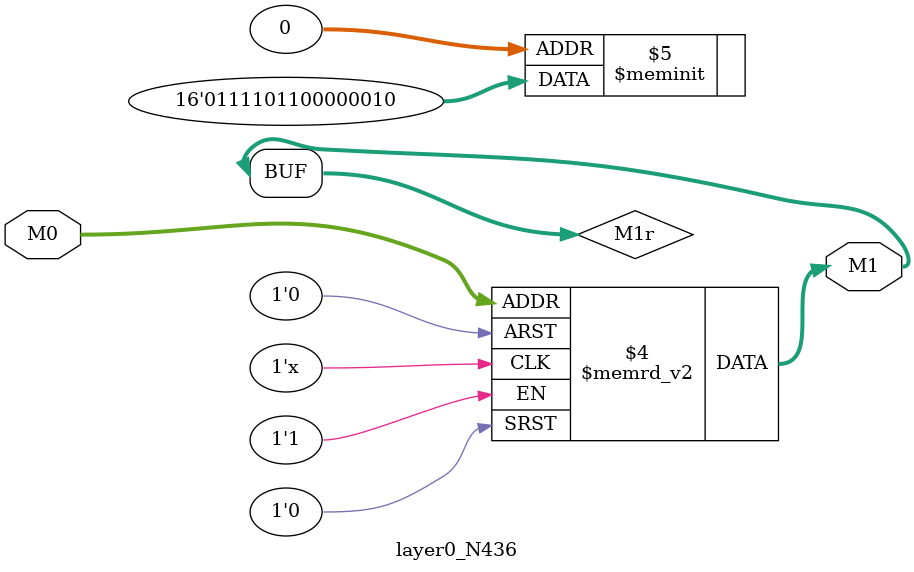
<source format=v>
module layer0_N436 ( input [2:0] M0, output [1:0] M1 );

	(*rom_style = "distributed" *) reg [1:0] M1r;
	assign M1 = M1r;
	always @ (M0) begin
		case (M0)
			3'b000: M1r = 2'b10;
			3'b100: M1r = 2'b11;
			3'b010: M1r = 2'b00;
			3'b110: M1r = 2'b11;
			3'b001: M1r = 2'b00;
			3'b101: M1r = 2'b10;
			3'b011: M1r = 2'b00;
			3'b111: M1r = 2'b01;

		endcase
	end
endmodule

</source>
